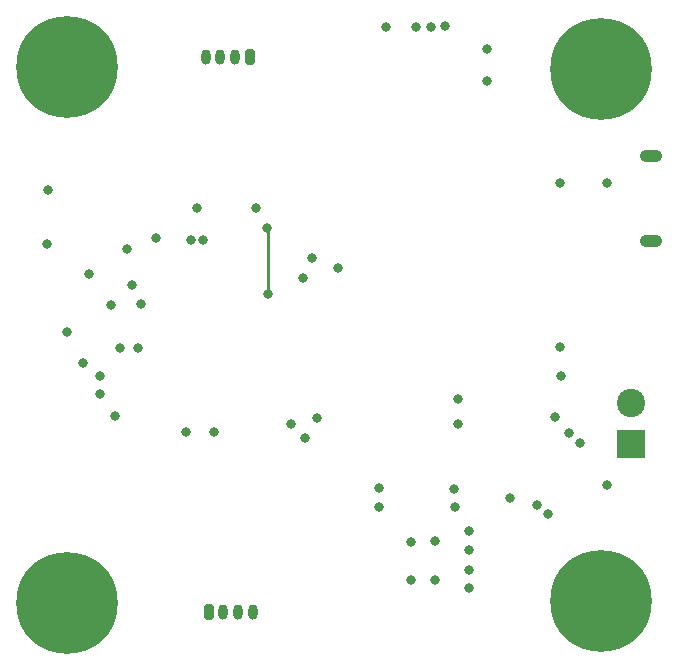
<source format=gbr>
%TF.GenerationSoftware,KiCad,Pcbnew,7.0.5*%
%TF.CreationDate,2023-07-30T01:34:42+05:30*%
%TF.ProjectId,STM32F4_test1,53544d33-3246-4345-9f74-657374312e6b,rev?*%
%TF.SameCoordinates,Original*%
%TF.FileFunction,Copper,L4,Bot*%
%TF.FilePolarity,Positive*%
%FSLAX46Y46*%
G04 Gerber Fmt 4.6, Leading zero omitted, Abs format (unit mm)*
G04 Created by KiCad (PCBNEW 7.0.5) date 2023-07-30 01:34:42*
%MOMM*%
%LPD*%
G01*
G04 APERTURE LIST*
G04 Aperture macros list*
%AMRoundRect*
0 Rectangle with rounded corners*
0 $1 Rounding radius*
0 $2 $3 $4 $5 $6 $7 $8 $9 X,Y pos of 4 corners*
0 Add a 4 corners polygon primitive as box body*
4,1,4,$2,$3,$4,$5,$6,$7,$8,$9,$2,$3,0*
0 Add four circle primitives for the rounded corners*
1,1,$1+$1,$2,$3*
1,1,$1+$1,$4,$5*
1,1,$1+$1,$6,$7*
1,1,$1+$1,$8,$9*
0 Add four rect primitives between the rounded corners*
20,1,$1+$1,$2,$3,$4,$5,0*
20,1,$1+$1,$4,$5,$6,$7,0*
20,1,$1+$1,$6,$7,$8,$9,0*
20,1,$1+$1,$8,$9,$2,$3,0*%
G04 Aperture macros list end*
%TA.AperFunction,ComponentPad*%
%ADD10RoundRect,0.200000X0.200000X0.450000X-0.200000X0.450000X-0.200000X-0.450000X0.200000X-0.450000X0*%
%TD*%
%TA.AperFunction,ComponentPad*%
%ADD11O,0.800000X1.300000*%
%TD*%
%TA.AperFunction,ComponentPad*%
%ADD12C,0.900000*%
%TD*%
%TA.AperFunction,ComponentPad*%
%ADD13C,8.600000*%
%TD*%
%TA.AperFunction,ComponentPad*%
%ADD14R,2.400000X2.400000*%
%TD*%
%TA.AperFunction,ComponentPad*%
%ADD15C,2.400000*%
%TD*%
%TA.AperFunction,ComponentPad*%
%ADD16RoundRect,0.200000X-0.200000X-0.450000X0.200000X-0.450000X0.200000X0.450000X-0.200000X0.450000X0*%
%TD*%
%TA.AperFunction,ComponentPad*%
%ADD17O,1.900000X1.050000*%
%TD*%
%TA.AperFunction,ViaPad*%
%ADD18C,0.800000*%
%TD*%
%TA.AperFunction,Conductor*%
%ADD19C,0.260000*%
%TD*%
G04 APERTURE END LIST*
D10*
%TO.P,J3,1,Pin_1*%
%TO.N,+3.3V*%
X131500000Y-82450000D03*
D11*
%TO.P,J3,2,Pin_2*%
%TO.N,I2C1_SCL*%
X130250000Y-82450000D03*
%TO.P,J3,3,Pin_3*%
%TO.N,I2C1_SDA*%
X129000000Y-82450000D03*
%TO.P,J3,4,Pin_4*%
%TO.N,GND*%
X127750000Y-82450000D03*
%TD*%
D12*
%TO.P,H2,1,1*%
%TO.N,GND*%
X158025000Y-128525000D03*
X158969581Y-126244581D03*
X158969581Y-130805419D03*
X161250000Y-125300000D03*
D13*
X161250000Y-128525000D03*
D12*
X161250000Y-131750000D03*
X163530419Y-126244581D03*
X163530419Y-130805419D03*
X164475000Y-128525000D03*
%TD*%
D14*
%TO.P,J1,1,Pin_1*%
%TO.N,+12V*%
X163750000Y-115250000D03*
D15*
%TO.P,J1,2,Pin_2*%
%TO.N,GND*%
X163750000Y-111750000D03*
%TD*%
D12*
%TO.P,H4,1,1*%
%TO.N,GND*%
X112805419Y-128719581D03*
X113750000Y-126439162D03*
X113750000Y-131000000D03*
X116030419Y-125494581D03*
D13*
X116030419Y-128719581D03*
D12*
X116030419Y-131944581D03*
X118310838Y-126439162D03*
X118310838Y-131000000D03*
X119255419Y-128719581D03*
%TD*%
%TO.P,H1,1,1*%
%TO.N,GND*%
X157994581Y-83469581D03*
X158939162Y-81189162D03*
X158939162Y-85750000D03*
X161219581Y-80244581D03*
D13*
X161219581Y-83469581D03*
D12*
X161219581Y-86694581D03*
X163500000Y-81189162D03*
X163500000Y-85750000D03*
X164444581Y-83469581D03*
%TD*%
D16*
%TO.P,J4,1,Pin_1*%
%TO.N,+3.3V*%
X128000000Y-129500000D03*
D11*
%TO.P,J4,2,Pin_2*%
%TO.N,USART3_TX*%
X129250000Y-129500000D03*
%TO.P,J4,3,Pin_3*%
%TO.N,USART3_RX*%
X130500000Y-129500000D03*
%TO.P,J4,4,Pin_4*%
%TO.N,GND*%
X131750000Y-129500000D03*
%TD*%
D17*
%TO.P,J5,6,Shield*%
%TO.N,unconnected-(J5-Shield-Pad6)*%
X165480000Y-98025000D03*
X165480000Y-90875000D03*
%TD*%
D12*
%TO.P,H3,1,1*%
%TO.N,GND*%
X112775000Y-83275000D03*
X113719581Y-80994581D03*
X113719581Y-85555419D03*
X116000000Y-80050000D03*
D13*
X116000000Y-83275000D03*
D12*
X116000000Y-86500000D03*
X118280419Y-80994581D03*
X118280419Y-85555419D03*
X119225000Y-83275000D03*
%TD*%
D18*
%TO.N,GND*%
X143000000Y-79900000D03*
X145550000Y-79925000D03*
X146825000Y-79925000D03*
%TO.N,+3.3V*%
X148050000Y-79875000D03*
%TO.N,NRST*%
X132960287Y-96960287D03*
X133000000Y-102500000D03*
%TO.N,GND*%
X115975000Y-105725000D03*
X117400000Y-108350000D03*
X161700000Y-93175000D03*
X153500000Y-119825000D03*
X157725000Y-93125000D03*
%TO.N,+3.3V*%
X136000000Y-101175000D03*
%TO.N,GND*%
X150075000Y-127400000D03*
X150075000Y-124175000D03*
X159425000Y-115150000D03*
X149125000Y-113525000D03*
X157825000Y-109475000D03*
X157775000Y-107050000D03*
X149075000Y-111400000D03*
X158500000Y-114325000D03*
X157300000Y-112975000D03*
X161700000Y-118675000D03*
X150050000Y-125875000D03*
X150050000Y-122600000D03*
X151575000Y-84475000D03*
X136750000Y-99500000D03*
X138975000Y-100350000D03*
X137200000Y-113000000D03*
X136150000Y-114700000D03*
X126050000Y-114250000D03*
X120050000Y-112875000D03*
X122025000Y-107075000D03*
X120500000Y-107075000D03*
X119750000Y-103500000D03*
X117825000Y-100850000D03*
X121075000Y-98700000D03*
X121500000Y-101750000D03*
X114350000Y-98275000D03*
X127525000Y-98000000D03*
%TO.N,+3.3V*%
X156700000Y-121200000D03*
X155825000Y-120375000D03*
X147125000Y-126750000D03*
X145100000Y-126775000D03*
X147150000Y-123425000D03*
X145100000Y-123500000D03*
X148850000Y-120600000D03*
X148800000Y-119075000D03*
X142450000Y-119000000D03*
X142450000Y-120550000D03*
X126500000Y-98000000D03*
X122275000Y-103400000D03*
X118825000Y-111000000D03*
X118775000Y-109475000D03*
X128450000Y-114250000D03*
X135000000Y-113575000D03*
X151550000Y-81775000D03*
X114400000Y-93750000D03*
X123525000Y-97775000D03*
X127000000Y-95275000D03*
X132000000Y-95250000D03*
%TD*%
D19*
%TO.N,NRST*%
X133000000Y-102500000D02*
X133000000Y-97000000D01*
X133000000Y-97000000D02*
X132960287Y-96960287D01*
%TD*%
M02*

</source>
